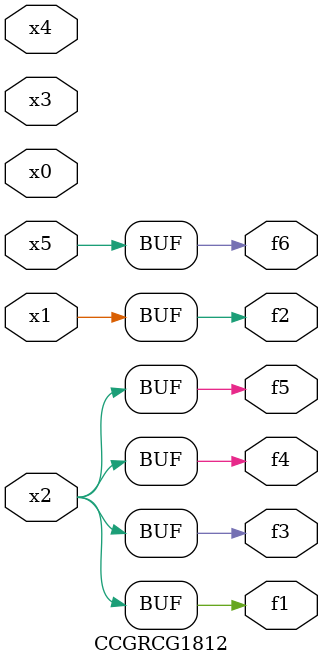
<source format=v>
module CCGRCG1812(
	input x0, x1, x2, x3, x4, x5,
	output f1, f2, f3, f4, f5, f6
);
	assign f1 = x2;
	assign f2 = x1;
	assign f3 = x2;
	assign f4 = x2;
	assign f5 = x2;
	assign f6 = x5;
endmodule

</source>
